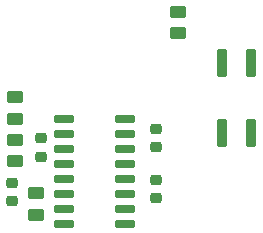
<source format=gbr>
%TF.GenerationSoftware,KiCad,Pcbnew,7.0.9-7.0.9~ubuntu22.04.1*%
%TF.CreationDate,2023-12-14T14:14:35+03:00*%
%TF.ProjectId,main-module,6d61696e-2d6d-46f6-9475-6c652e6b6963,rev?*%
%TF.SameCoordinates,Original*%
%TF.FileFunction,Paste,Top*%
%TF.FilePolarity,Positive*%
%FSLAX46Y46*%
G04 Gerber Fmt 4.6, Leading zero omitted, Abs format (unit mm)*
G04 Created by KiCad (PCBNEW 7.0.9-7.0.9~ubuntu22.04.1) date 2023-12-14 14:14:35*
%MOMM*%
%LPD*%
G01*
G04 APERTURE LIST*
G04 Aperture macros list*
%AMRoundRect*
0 Rectangle with rounded corners*
0 $1 Rounding radius*
0 $2 $3 $4 $5 $6 $7 $8 $9 X,Y pos of 4 corners*
0 Add a 4 corners polygon primitive as box body*
4,1,4,$2,$3,$4,$5,$6,$7,$8,$9,$2,$3,0*
0 Add four circle primitives for the rounded corners*
1,1,$1+$1,$2,$3*
1,1,$1+$1,$4,$5*
1,1,$1+$1,$6,$7*
1,1,$1+$1,$8,$9*
0 Add four rect primitives between the rounded corners*
20,1,$1+$1,$2,$3,$4,$5,0*
20,1,$1+$1,$4,$5,$6,$7,0*
20,1,$1+$1,$6,$7,$8,$9,0*
20,1,$1+$1,$8,$9,$2,$3,0*%
G04 Aperture macros list end*
%ADD10RoundRect,0.225000X-0.250000X0.225000X-0.250000X-0.225000X0.250000X-0.225000X0.250000X0.225000X0*%
%ADD11RoundRect,0.250000X-0.450000X0.262500X-0.450000X-0.262500X0.450000X-0.262500X0.450000X0.262500X0*%
%ADD12RoundRect,0.250000X0.450000X-0.262500X0.450000X0.262500X-0.450000X0.262500X-0.450000X-0.262500X0*%
%ADD13RoundRect,0.225000X0.250000X-0.225000X0.250000X0.225000X-0.250000X0.225000X-0.250000X-0.225000X0*%
%ADD14RoundRect,0.225000X-0.225000X-0.975000X0.225000X-0.975000X0.225000X0.975000X-0.225000X0.975000X0*%
%ADD15RoundRect,0.150000X-0.725000X-0.150000X0.725000X-0.150000X0.725000X0.150000X-0.725000X0.150000X0*%
G04 APERTURE END LIST*
D10*
%TO.C,C23*%
X146750000Y-81475000D03*
X146750000Y-83025000D03*
%TD*%
D11*
%TO.C,R14*%
X146950000Y-77812500D03*
X146950000Y-79637500D03*
%TD*%
D10*
%TO.C,C25*%
X149150000Y-77712500D03*
X149150000Y-79262500D03*
%TD*%
D11*
%TO.C,R21*%
X160750000Y-66975000D03*
X160750000Y-68800000D03*
%TD*%
D12*
%TO.C,R15*%
X146950000Y-76050000D03*
X146950000Y-74225000D03*
%TD*%
D10*
%TO.C,C22*%
X158900000Y-81225000D03*
X158900000Y-82775000D03*
%TD*%
D13*
%TO.C,C21*%
X158900000Y-78462500D03*
X158900000Y-76912500D03*
%TD*%
D14*
%TO.C,D6*%
X167000000Y-71287500D03*
X164500000Y-71287500D03*
X164500000Y-77287500D03*
X167000000Y-77287500D03*
%TD*%
D15*
%TO.C,U9*%
X151175000Y-76055000D03*
X151175000Y-77325000D03*
X151175000Y-78595000D03*
X151175000Y-79865000D03*
X151175000Y-81135000D03*
X151175000Y-82405000D03*
X151175000Y-83675000D03*
X151175000Y-84945000D03*
X156325000Y-84945000D03*
X156325000Y-83675000D03*
X156325000Y-82405000D03*
X156325000Y-81135000D03*
X156325000Y-79865000D03*
X156325000Y-78595000D03*
X156325000Y-77325000D03*
X156325000Y-76055000D03*
%TD*%
D11*
%TO.C,R13*%
X148750000Y-82337500D03*
X148750000Y-84162500D03*
%TD*%
M02*

</source>
